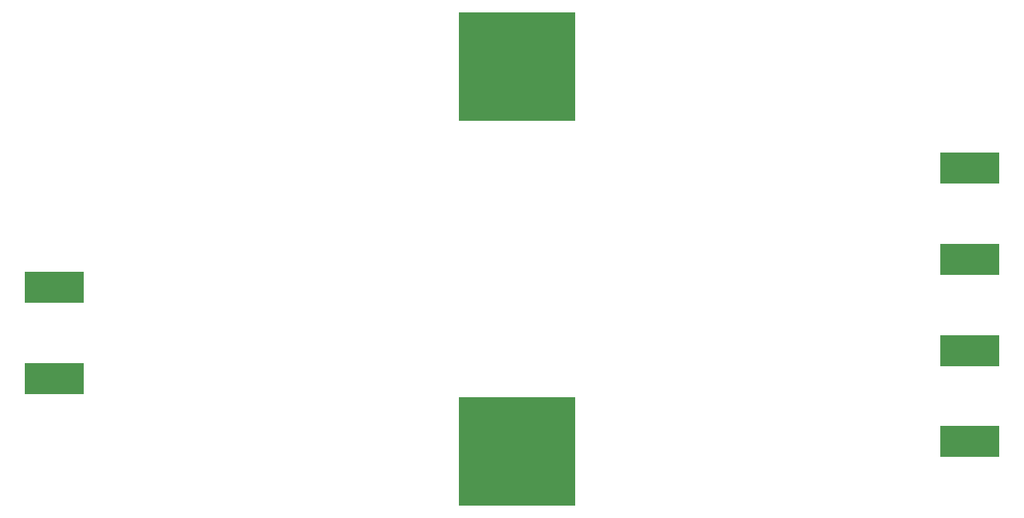
<source format=gbr>
%TF.GenerationSoftware,KiCad,Pcbnew,(5.1.10)-1*%
%TF.CreationDate,2022-06-25T22:45:11+09:00*%
%TF.ProjectId,PowerUnit-Bseries(ver1.0),506f7765-7255-46e6-9974-2d4273657269,rev?*%
%TF.SameCoordinates,Original*%
%TF.FileFunction,Paste,Top*%
%TF.FilePolarity,Positive*%
%FSLAX46Y46*%
G04 Gerber Fmt 4.6, Leading zero omitted, Abs format (unit mm)*
G04 Created by KiCad (PCBNEW (5.1.10)-1) date 2022-06-25 22:45:11*
%MOMM*%
%LPD*%
G01*
G04 APERTURE LIST*
%ADD10R,6.500000X3.500000*%
%ADD11R,12.700000X11.938000*%
G04 APERTURE END LIST*
D10*
%TO.C,IN+*%
X98501100Y-108003600D03*
%TD*%
%TO.C,OUT1+*%
X198501100Y-124903600D03*
%TD*%
%TO.C,OUT2+*%
X198501100Y-115003600D03*
%TD*%
%TO.C,OUT3+*%
X198501100Y-105003600D03*
%TD*%
%TO.C,OUT4+*%
X198501100Y-95003600D03*
%TD*%
%TO.C,THRU+*%
X98501100Y-118003600D03*
%TD*%
D11*
%TO.C,IRLB3813*%
X149066500Y-125933600D03*
%TD*%
%TO.C,IRLB3813*%
X149066500Y-83885600D03*
%TD*%
M02*

</source>
